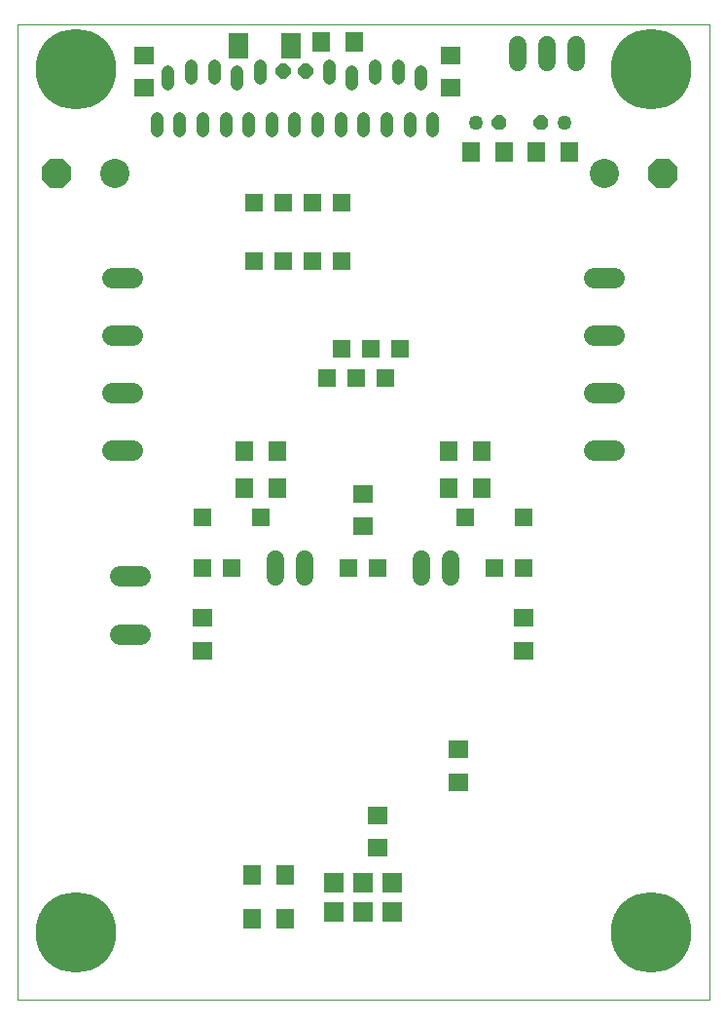
<source format=gbs>
G75*
%MOIN*%
%OFA0B0*%
%FSLAX24Y24*%
%IPPOS*%
%LPD*%
%AMOC8*
5,1,8,0,0,1.08239X$1,22.5*
%
%ADD10C,0.0000*%
%ADD11C,0.0433*%
%ADD12OC8,0.0512*%
%ADD13R,0.0591X0.0591*%
%ADD14R,0.0709X0.0866*%
%ADD15R,0.0630X0.0710*%
%ADD16R,0.0710X0.0630*%
%ADD17C,0.1000*%
%ADD18OC8,0.1000*%
%ADD19C,0.0600*%
%ADD20OC8,0.0500*%
%ADD21C,0.0500*%
%ADD22R,0.0689X0.0689*%
%ADD23C,0.0705*%
%ADD24C,0.2756*%
D10*
X007676Y000126D02*
X007676Y033501D01*
X031376Y033501D01*
X031376Y000126D01*
X007676Y000126D01*
D11*
X012440Y029868D02*
X012440Y030301D01*
X013227Y030301D02*
X013227Y029868D01*
X014014Y029868D02*
X014014Y030301D01*
X014802Y030301D02*
X014802Y029868D01*
X015589Y029868D02*
X015589Y030301D01*
X015195Y031443D02*
X015195Y031876D01*
X014408Y031659D02*
X014408Y032092D01*
X013621Y032092D02*
X013621Y031659D01*
X012833Y031876D02*
X012833Y031443D01*
X015983Y031659D02*
X015983Y032092D01*
X016377Y030301D02*
X016377Y029868D01*
X017164Y029868D02*
X017164Y030301D01*
X017951Y030301D02*
X017951Y029868D01*
X018739Y029868D02*
X018739Y030301D01*
X019132Y031443D02*
X019132Y031876D01*
X019920Y031659D02*
X019920Y032092D01*
X020707Y032092D02*
X020707Y031659D01*
X021495Y031876D02*
X021495Y031443D01*
X021888Y030301D02*
X021888Y029868D01*
X021101Y029868D02*
X021101Y030301D01*
X020314Y030301D02*
X020314Y029868D01*
X019526Y029868D02*
X019526Y030301D01*
X018345Y031659D02*
X018345Y032092D01*
D12*
X017558Y031876D03*
X016770Y031876D03*
D13*
X016776Y027376D03*
X015776Y027376D03*
X015776Y025376D03*
X016776Y025376D03*
X017776Y025376D03*
X018776Y025376D03*
X018776Y027376D03*
X017776Y027376D03*
X018776Y022376D03*
X018276Y021376D03*
X019276Y021376D03*
X019776Y022376D03*
X020276Y021376D03*
X020776Y022376D03*
X023026Y016626D03*
X024026Y014876D03*
X025026Y014876D03*
X025026Y016626D03*
X020026Y014876D03*
X019026Y014876D03*
X016026Y016626D03*
X015026Y014876D03*
X014026Y014876D03*
X014026Y016626D03*
D14*
X015237Y032751D03*
X017065Y032751D03*
D15*
X018091Y032876D03*
X019211Y032876D03*
X023216Y029126D03*
X024336Y029126D03*
X025466Y029126D03*
X026586Y029126D03*
X023586Y018876D03*
X022466Y018876D03*
X022466Y017626D03*
X023586Y017626D03*
X016586Y017626D03*
X016586Y018876D03*
X015466Y018876D03*
X015466Y017626D03*
X015716Y004376D03*
X016836Y004376D03*
X016836Y002876D03*
X015716Y002876D03*
D16*
X020026Y005316D03*
X020026Y006435D03*
X022776Y007566D03*
X022776Y008685D03*
X025026Y012066D03*
X025026Y013185D03*
X019526Y016316D03*
X019526Y017435D03*
X014026Y013185D03*
X014026Y012066D03*
X012026Y031316D03*
X012026Y032435D03*
X022526Y032435D03*
X022526Y031316D03*
D17*
X027776Y028376D03*
X011026Y028376D03*
D18*
X009026Y028376D03*
X029776Y028376D03*
D19*
X026825Y032201D02*
X026825Y032801D01*
X025825Y032801D02*
X025825Y032201D01*
X024825Y032201D02*
X024825Y032801D01*
X022526Y015176D02*
X022526Y014576D01*
X021526Y014576D02*
X021526Y015176D01*
X017526Y015176D02*
X017526Y014576D01*
X016526Y014576D02*
X016526Y015176D01*
D20*
X024176Y030126D03*
X025626Y030126D03*
D21*
X026426Y030126D03*
X023376Y030126D03*
D22*
X020526Y004126D03*
X020526Y003126D03*
X019526Y003126D03*
X019526Y004126D03*
X018526Y004126D03*
X018526Y003126D03*
D23*
X011879Y012641D02*
X011174Y012641D01*
X011174Y014610D02*
X011879Y014610D01*
X011629Y018923D02*
X010924Y018923D01*
X010924Y020891D02*
X011629Y020891D01*
X011629Y022860D02*
X010924Y022860D01*
X010924Y024828D02*
X011629Y024828D01*
X027424Y024828D02*
X028129Y024828D01*
X028129Y022860D02*
X027424Y022860D01*
X027424Y020891D02*
X028129Y020891D01*
X028129Y018923D02*
X027424Y018923D01*
D24*
X029369Y031968D03*
X009684Y031968D03*
X009684Y002409D03*
X029369Y002409D03*
M02*

</source>
